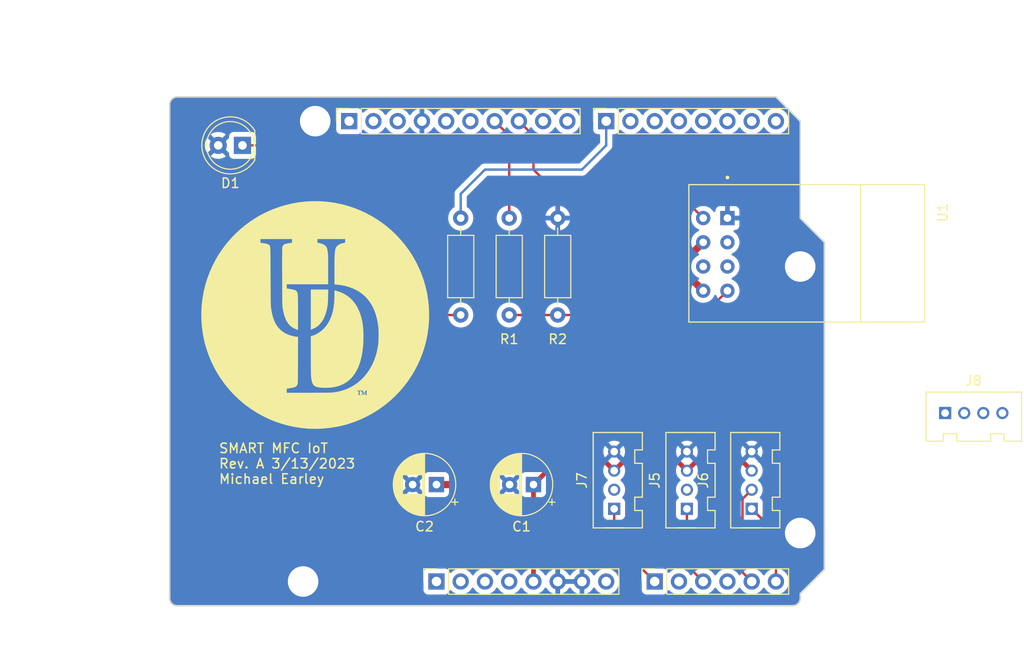
<source format=kicad_pcb>
(kicad_pcb (version 20221018) (generator pcbnew)
  (title_block (date "mar. 31 mars 2015"))
  (layers (0 "F.Cu" signal) (31 "B.Cu" signal) (34 "B.Paste" user) (35 "F.Paste" user) (36 "B.SilkS" user "B.Silkscreen") (37 "F.SilkS" user "F.Silkscreen") (38 "B.Mask" user) (39 "F.Mask" user) (44 "Edge.Cuts" user))
  (net 0 "")
  (net 1 "GND")
  (net 3 "+5V")
  (net 4 "/IOREF")
  (net 5 "/A0")
  (net 6 "/A1")
  (net 7 "/A2")
  (net 8 "/A3")
  (net 9 "/SDA{slash}A4")
  (net 10 "/SCL{slash}A5")
  (net 11 "/13")
  (net 12 "/12")
  (net 13 "/AREF")
  (net 14 "/8")
  (net 15 "/7")
  (net 16 "/*11")
  (net 17 "/*10")
  (net 18 "/*9")
  (net 19 "/4")
  (net 20 "/2")
  (net 21 "/*6")
  (net 22 "/*5")
  (net 23 "/TX{slash}1")
  (net 24 "/*3")
  (net 25 "/RX{slash}0")
  (net 26 "+3V3")
  (net 27 "VCC")
  (net 28 "/~{RESET}")
  (net 29 "Net-(U1-RXD)")
  (net 32 "+3.3V")
  (net 36 "/A4")
  (net 37 "/A5")
  (net 38 "Net-(D1-K)")
  (footprint "Connector_PinSocket_2.54mm:PinSocket_1x08_P2.54mm_Vertical" (layer "F.Cu") (at 127.94 97.46 90)
    (fp_text reference "J1" hide)
    (fp_text value "Power")
    (pad "1" thru_hole rect locked (at 0 0 90) (size 1.7 1.7) (drill 1) (layers "*.Cu" "*.Mask"))
    (pad "2" thru_hole oval locked (at 0 2.54 90) (size 1.7 1.7) (drill 1) (layers "*.Cu" "*.Mask") (net 4 "/IOREF"))
    (pad "3" thru_hole oval locked (at 0 5.08 90) (size 1.7 1.7) (drill 1) (layers "*.Cu" "*.Mask") (net 28 "/~{RESET}"))
    (pad "4" thru_hole oval locked (at 0 7.62 90) (size 1.7 1.7) (drill 1) (layers "*.Cu" "*.Mask") (net 26 "+3V3"))
    (pad "5" thru_hole oval locked (at 0 10.16 90) (size 1.7 1.7) (drill 1) (layers "*.Cu" "*.Mask") (net 3 "+5V"))
    (pad "6" thru_hole oval locked (at 0 12.7 90) (size 1.7 1.7) (drill 1) (layers "*.Cu" "*.Mask") (net 1 "GND"))
    (pad "7" thru_hole oval locked (at 0 15.24 90) (size 1.7 1.7) (drill 1) (layers "*.Cu" "*.Mask") (net 1 "GND"))
    (pad "8" thru_hole oval locked (at 0 17.78 90) (size 1.7 1.7) (drill 1) (layers "*.Cu" "*.Mask") (net 27 "VCC"))
  )
  (footprint "Connector_PinSocket_2.54mm:PinSocket_1x06_P2.54mm_Vertical" (layer "F.Cu") (at 150.8 97.46 90)
    (fp_text reference "J3" hide)
    (fp_text value "Analog")
    (pad "1" thru_hole rect locked (at 0 0 90) (size 1.7 1.7) (drill 1) (layers "*.Cu" "*.Mask") (net 5 "/A0"))
    (pad "2" thru_hole oval locked (at 0 2.54 90) (size 1.7 1.7) (drill 1) (layers "*.Cu" "*.Mask") (net 6 "/A1"))
    (pad "3" thru_hole oval locked (at 0 5.08 90) (size 1.7 1.7) (drill 1) (layers "*.Cu" "*.Mask") (net 7 "/A2"))
    (pad "4" thru_hole oval locked (at 0 7.62 90) (size 1.7 1.7) (drill 1) (layers "*.Cu" "*.Mask") (net 8 "/A3"))
    (pad "5" thru_hole oval locked (at 0 10.16 90) (size 1.7 1.7) (drill 1) (layers "*.Cu" "*.Mask") (net 36 "/A4"))
    (pad "6" thru_hole oval locked (at 0 12.7 90) (size 1.7 1.7) (drill 1) (layers "*.Cu" "*.Mask") (net 37 "/A5"))
  )
  (footprint "Connector_PinSocket_2.54mm:PinSocket_1x10_P2.54mm_Vertical" (layer "F.Cu") (at 118.796 49.2 90)
    (fp_text reference "J2" hide)
    (fp_text value "Digital/PWM")
    (pad "1" thru_hole rect locked (at 0 0 90) (size 1.7 1.7) (drill 1) (layers "*.Cu" "*.Mask") (net 10 "/SCL{slash}A5"))
    (pad "2" thru_hole oval locked (at 0 2.54 90) (size 1.7 1.7) (drill 1) (layers "*.Cu" "*.Mask") (net 9 "/SDA{slash}A4"))
    (pad "3" thru_hole oval locked (at 0 5.08 90) (size 1.7 1.7) (drill 1) (layers "*.Cu" "*.Mask") (net 13 "/AREF"))
    (pad "4" thru_hole oval locked (at 0 7.62 90) (size 1.7 1.7) (drill 1) (layers "*.Cu" "*.Mask") (net 1 "GND"))
    (pad "5" thru_hole oval locked (at 0 10.16 90) (size 1.7 1.7) (drill 1) (layers "*.Cu" "*.Mask") (net 11 "/13"))
    (pad "6" thru_hole oval locked (at 0 12.7 90) (size 1.7 1.7) (drill 1) (layers "*.Cu" "*.Mask") (net 12 "/12"))
    (pad "7" thru_hole oval locked (at 0 15.24 90) (size 1.7 1.7) (drill 1) (layers "*.Cu" "*.Mask") (net 16 "/*11"))
    (pad "8" thru_hole oval locked (at 0 17.78 90) (size 1.7 1.7) (drill 1) (layers "*.Cu" "*.Mask") (net 17 "/*10"))
    (pad "9" thru_hole oval locked (at 0 20.32 90) (size 1.7 1.7) (drill 1) (layers "*.Cu" "*.Mask") (net 18 "/*9"))
    (pad "10" thru_hole oval locked (at 0 22.86 90) (size 1.7 1.7) (drill 1) (layers "*.Cu" "*.Mask") (net 14 "/8"))
  )
  (footprint "Connector_PinSocket_2.54mm:PinSocket_1x08_P2.54mm_Vertical" (layer "F.Cu") (at 145.72 49.2 90)
    (fp_text reference "J4" hide)
    (fp_text value "Digital/PWM")
    (pad "1" thru_hole rect locked (at 0 0 90) (size 1.7 1.7) (drill 1) (layers "*.Cu" "*.Mask") (net 15 "/7"))
    (pad "2" thru_hole oval locked (at 0 2.54 90) (size 1.7 1.7) (drill 1) (layers "*.Cu" "*.Mask") (net 21 "/*6"))
    (pad "3" thru_hole oval locked (at 0 5.08 90) (size 1.7 1.7) (drill 1) (layers "*.Cu" "*.Mask") (net 22 "/*5"))
    (pad "4" thru_hole oval locked (at 0 7.62 90) (size 1.7 1.7) (drill 1) (layers "*.Cu" "*.Mask") (net 19 "/4"))
    (pad "5" thru_hole oval locked (at 0 10.16 90) (size 1.7 1.7) (drill 1) (layers "*.Cu" "*.Mask") (net 24 "/*3"))
    (pad "6" thru_hole oval locked (at 0 12.7 90) (size 1.7 1.7) (drill 1) (layers "*.Cu" "*.Mask") (net 20 "/2"))
    (pad "7" thru_hole oval locked (at 0 15.24 90) (size 1.7 1.7) (drill 1) (layers "*.Cu" "*.Mask") (net 23 "/TX{slash}1"))
    (pad "8" thru_hole oval locked (at 0 17.78 90) (size 1.7 1.7) (drill 1) (layers "*.Cu" "*.Mask") (net 25 "/RX{slash}0"))
  )
  (footprint "Resistor_THT:R_Axial_DIN0207_L6.3mm_D2.5mm_P10.16mm_Horizontal" (layer "F.Cu") (at 135.56 59.36 -90)
    (fp_text reference "R1" (at 12.7 0 -180) (layer "F.SilkS"))
    (fp_text value "1000")
    (pad "1" thru_hole circle (at 0 0 270) (size 1.6 1.6) (drill 0.8) (layers "*.Cu" "*.Mask") (net 16 "/*11"))
    (pad "2" thru_hole oval (at 10.16 0 270) (size 1.6 1.6) (drill 0.8) (layers "*.Cu" "*.Mask") (net 29 "Net-(U1-RXD)"))
  )
  (footprint "LOGO" (layer "F.Cu") (at 115.24 69.52)
    (fp_text reference "G***" hide)
    (fp_text value "LOGO" hide)
  )
  (footprint "OPL_Connector:HW4-2.0" (layer "F.Cu") (at 146.555 86.84026 90)
    (fp_text reference "J7" (at -0.025 -3.375 90) (layer "F.SilkS"))
    (fp_text value "Light_Sensor")
    (pad "1" thru_hole rect (at -2.99974 0 90) (size 1.27 1.27) (drill 0.79756) (layers "*.Cu" "*.Mask") (net 5 "/A0"))
    (pad "2" thru_hole circle (at -0.99822 0 90) (size 1.27 1.27) (drill 0.79756) (layers "*.Cu" "*.Mask"))
    (pad "3" thru_hole circle (at 0.99822 0 90) (size 1.27 1.27) (drill 0.79756) (layers "*.Cu" "*.Mask") (net 3 "+5V"))
    (pad "4" thru_hole circle (at 2.99974 0 90) (size 1.27 1.27) (drill 0.79756) (layers "*.Cu" "*.Mask") (net 1 "GND"))
  )
  (footprint "OPL_Connector:HW4-2.0" (layer "F.Cu") (at 160.96 86.84026 90)
    (fp_text reference "J6" (at -0.025 -5.08 90) (layer "F.SilkS"))
    (fp_text value "Temperature_Sensor")
    (pad "1" thru_hole rect (at -2.99974 0 90) (size 1.27 1.27) (drill 0.79756) (layers "*.Cu" "*.Mask") (net 37 "/A5"))
    (pad "2" thru_hole circle (at -0.99822 0 90) (size 1.27 1.27) (drill 0.79756) (layers "*.Cu" "*.Mask") (net 36 "/A4"))
    (pad "3" thru_hole circle (at 0.99822 0 90) (size 1.27 1.27) (drill 0.79756) (layers "*.Cu" "*.Mask") (net 3 "+5V"))
    (pad "4" thru_hole circle (at 2.99974 0 90) (size 1.27 1.27) (drill 0.79756) (layers "*.Cu" "*.Mask") (net 1 "GND"))
  )
  (footprint "Resistor_THT:R_Axial_DIN0207_L6.3mm_D2.5mm_P10.16mm_Horizontal" (layer "F.Cu") (at 130.48 59.36 -90)
    (fp_text reference "R3" hide)
    (fp_text value "R")
    (pad "1" thru_hole circle (at 0 0 270) (size 1.6 1.6) (drill 0.8) (layers "*.Cu" "*.Mask") (net 15 "/7"))
    (pad "2" thru_hole oval (at 10.16 0 270) (size 1.6 1.6) (drill 0.8) (layers "*.Cu" "*.Mask") (net 38 "Net-(D1-K)"))
  )
  (footprint "Capacitor_THT:CP_Radial_D6.3mm_P2.50mm" (layer "F.Cu") (at 127.94 87.3 180)
    (fp_text reference "C2" (at 1.25 -4.4) (layer "F.SilkS"))
    (fp_text value "C_Polarized_US")
    (pad "1" thru_hole rect (at 0 0 180) (size 1.6 1.6) (drill 0.8) (layers "*.Cu" "*.Mask") (net 32 "+3.3V"))
    (pad "2" thru_hole circle (at 2.5 0 180) (size 1.6 1.6) (drill 0.8) (layers "*.Cu" "*.Mask") (net 1 "GND"))
  )
  (footprint "Arduino_MountingHole:MountingHole_3.2mm" (layer "F.Cu") (at 115.24 49.2)
    (fp_text reference "MH1" hide)
    (fp_text value "MountingHole_3.2mm" hide)
    (pad "" np_thru_hole circle locked (at 0 0) (size 3.2 3.2) (drill 3.2) (layers "*.Cu" "*.Mask"))
  )
  (footprint "LED_THT:LED_D5.0mm" (layer "F.Cu") (at 107.62 51.74 180)
    (fp_text reference "D1" (at 1.27 -3.96) (layer "F.SilkS"))
    (fp_text value "Soil Moisture Threshold")
    (pad "1" thru_hole rect (at 0 0 180) (size 1.8 1.8) (drill 0.9) (layers "*.Cu" "*.Mask") (net 38 "Net-(D1-K)"))
    (pad "2" thru_hole circle (at 2.54 0 180) (size 1.8 1.8) (drill 0.9) (layers "*.Cu" "*.Mask") (net 1 "GND"))
  )
  (footprint "Resistor_THT:R_Axial_DIN0207_L6.3mm_D2.5mm_P10.16mm_Horizontal" (layer "F.Cu") (at 140.64 69.52 90)
    (fp_text reference "R2" (at -2.54 0 180) (layer "F.SilkS"))
    (fp_text value "2000")
    (pad "1" thru_hole circle (at 0 0 90) (size 1.6 1.6) (drill 0.8) (layers "*.Cu" "*.Mask") (net 29 "Net-(U1-RXD)"))
    (pad "2" thru_hole oval (at 10.16 0 90) (size 1.6 1.6) (drill 0.8) (layers "*.Cu" "*.Mask") (net 1 "GND"))
  )
  (footprint "OPL_Connector:HW4-2.0" (layer "F.Cu") (at 184.22 79.8)
    (fp_text reference "J8" (at -0.025 -3.375) (layer "F.SilkS"))
    (fp_text value "LCD")
    (pad "1" thru_hole rect (at -2.99974 0) (size 1.27 1.27) (drill 0.79756) (layers "*.Cu" "*.Mask"))
    (pad "2" thru_hole circle (at -0.99822 0) (size 1.27 1.27) (drill 0.79756) (layers "*.Cu" "*.Mask"))
    (pad "3" thru_hole circle (at 0.99822 0) (size 1.27 1.27) (drill 0.79756) (layers "*.Cu" "*.Mask"))
    (pad "4" thru_hole circle (at 2.99974 0) (size 1.27 1.27) (drill 0.79756) (layers "*.Cu" "*.Mask"))
  )
  (footprint "ESP8266-01_ESP-01:XCVR_ESP8266-01_ESP-01" (layer "F.Cu") (at 166.73 63.17 -90)
    (fp_text reference "U1" (at -4.385 -14.235 90) (layer "F.SilkS"))
    (fp_text value "ESP8266-01/ESP-01")
    (pad "1" thru_hole rect (at -3.81 8.31 270) (size 1.5 1.5) (drill 0.8) (layers "*.Cu" "*.Mask") (net 1 "GND"))
    (pad "2" thru_hole circle (at -1.27 8.31 270) (size 1.5 1.5) (drill 0.8) (layers "*.Cu" "*.Mask"))
    (pad "3" thru_hole circle (at 1.27 8.31 270) (size 1.5 1.5) (drill 0.8) (layers "*.Cu" "*.Mask"))
    (pad "4" thru_hole circle (at 3.81 8.31 270) (size 1.5 1.5) (drill 0.8) (layers "*.Cu" "*.Mask") (net 29 "Net-(U1-RXD)"))
    (pad "5" thru_hole circle (at -3.81 10.85 270) (size 1.5 1.5) (drill 0.8) (layers "*.Cu" "*.Mask") (net 17 "/*10"))
    (pad "6" thru_hole circle (at -1.27 10.85 270) (size 1.5 1.5) (drill 0.8) (layers "*.Cu" "*.Mask") (net 32 "+3.3V"))
    (pad "7" thru_hole circle (at 1.27 10.85 270) (size 1.5 1.5) (drill 0.8) (layers "*.Cu" "*.Mask"))
    (pad "8" thru_hole circle (at 3.81 10.85 270) (size 1.5 1.5) (drill 0.8) (layers "*.Cu" "*.Mask") (net 32 "+3.3V"))
  )
  (footprint "Arduino_MountingHole:MountingHole_3.2mm" (layer "F.Cu") (at 113.97 97.46)
    (fp_text reference "MH2" hide)
    (fp_text value "MountingHole_3.2mm" hide)
    (pad "" np_thru_hole circle locked (at 0 0) (size 3.2 3.2) (drill 3.2) (layers "*.Cu" "*.Mask"))
  )
  (footprint "Arduino_MountingHole:MountingHole_3.2mm" (layer "F.Cu") (at 166.04 64.44)
    (fp_text reference "MH3" hide)
    (fp_text value "MountingHole_3.2mm" hide)
    (pad "" np_thru_hole circle locked (at 0 0) (size 3.2 3.2) (drill 3.2) (layers "*.Cu" "*.Mask"))
  )
  (footprint "Arduino_MountingHole:MountingHole_3.2mm" (layer "F.Cu") (at 166.04 92.38)
    (fp_text reference "MH4" hide)
    (fp_text value "MountingHole_3.2mm" hide)
    (pad "" np_thru_hole circle locked (at 0 0) (size 3.2 3.2) (drill 3.2) (layers "*.Cu" "*.Mask"))
  )
  (footprint "Capacitor_THT:CP_Radial_D6.3mm_P2.50mm" (layer "F.Cu") (at 138.1 87.3 180)
    (fp_text reference "C1" (at 1.25 -4.4) (layer "F.SilkS"))
    (fp_text value "C_Polarized_US")
    (pad "1" thru_hole rect (at 0 0 180) (size 1.6 1.6) (drill 0.8) (layers "*.Cu" "*.Mask") (net 3 "+5V"))
    (pad "2" thru_hole circle (at 2.5 0 180) (size 1.6 1.6) (drill 0.8) (layers "*.Cu" "*.Mask") (net 1 "GND"))
  )
  (footprint "OPL_Connector:HW4-2.0" (layer "F.Cu") (at 154.175 86.84026 90)
    (fp_text reference "J5" (at -0.025 -3.375 90) (layer "F.SilkS"))
    (fp_text value "Soil_Moisture_Sensor")
    (pad "1" thru_hole rect (at -2.99974 0 90) (size 1.27 1.27) (drill 0.79756) (layers "*.Cu" "*.Mask") (net 7 "/A2"))
    (pad "2" thru_hole circle (at -0.99822 0 90) (size 1.27 1.27) (drill 0.79756) (layers "*.Cu" "*.Mask"))
    (pad "3" thru_hole circle (at 0.99822 0 90) (size 1.27 1.27) (drill 0.79756) (layers "*.Cu" "*.Mask") (net 3 "+5V"))
    (pad "4" thru_hole circle (at 2.99974 0 90) (size 1.27 1.27) (drill 0.79756) (layers "*.Cu" "*.Mask") (net 1 "GND"))
  )
  (gr_line (start 166.04 59.36) (end 168.58 61.9) (stroke (width 0.15)) (layer "Edge.Cuts"))
  (gr_line (start 100 99.238) (end 100 47.422) (stroke (width 0.15)) (layer "Edge.Cuts"))
  (gr_line (start 168.58 61.9) (end 168.58 96.19) (stroke (width 0.15)) (layer "Edge.Cuts"))
  (gr_line (start 165.278 100) (end 100.762 100) (stroke (width 0.15)) (layer "Edge.Cuts"))
  (gr_line (start 100.762 46.66) (end 163.5 46.66) (stroke (width 0.15)) (layer "Edge.Cuts"))
  (gr_arc (start 100.762 100) (mid 100.223185 99.776815) (end 100 99.238) (stroke (width 0.15)) (layer "Edge.Cuts"))
  (gr_line (start 168.58 96.19) (end 166.04 98.73) (stroke (width 0.15)) (layer "Edge.Cuts"))
  (gr_line (start 163.5 46.66) (end 166.04 49.2) (stroke (width 0.15)) (layer "Edge.Cuts"))
  (gr_arc (start 166.04 99.238) (mid 165.816815 99.776815) (end 165.278 100) (stroke (width 0.15)) (layer "Edge.Cuts"))
  (gr_line (start 166.04 49.2) (end 166.04 59.36) (stroke (width 0.15)) (layer "Edge.Cuts"))
  (gr_line (start 166.04 98.73) (end 166.04 99.238) (stroke (width 0.15)) (layer "Edge.Cuts"))
  (gr_arc (start 100 47.422) (mid 100.223185 46.883185) (end 100.762 46.66) (stroke (width 0.15)) (layer "Edge.Cuts"))
  (gr_text "SMART MFC IoT\nRev. A 3/13/2023\nMichael Earley" (at 105.08 87.3) (layer "F.SilkS") (effects (font (size 1 1) (thickness 0.153)) (justify left bottom)))
  (segment (start 138.1 97.46) (end 138.1 87.3) (width 0.5) (layer "F.Cu") (net 3))
  (segment (start 153.09296 84.76) (end 154.175 85.84204) (width 0.5) (layer "F.Cu") (net 3))
  (segment (start 145.47296 84.76) (end 146.555 85.84204) (width 0.5) (layer "F.Cu") (net 3))
  (segment (start 138.1 87.3) (end 140.64 84.76) (width 0.5) (layer "F.Cu") (net 3))
  (segment (start 146.555 85.84204) (end 147.63704 84.76) (width 0.5) (layer "F.Cu") (net 3))
  (segment (start 154.175 85.84204) (end 155.25704 84.76) (width 0.5) (layer "F.Cu") (net 3))
  (segment (start 147.63704 84.76) (end 153.09296 84.76) (width 0.5) (layer "F.Cu") (net 3))
  (segment (start 155.25704 84.76) (end 159.87796 84.76) (width 0.5) (layer "F.Cu") (net 3))
  (segment (start 159.87796 84.76) (end 160.96 85.84204) (width 0.5) (layer "F.Cu") (net 3))
  (segment (start 138.14 97.42) (end 138.1 97.46) (width 0.25) (layer "F.Cu") (net 3))
  (segment (start 140.64 84.76) (end 145.47296 84.76) (width 0.5) (layer "F.Cu") (net 3))
  (segment (start 146.555 93.215) (end 150.8 97.46) (width 0.25) (layer "F.Cu") (net 5))
  (segment (start 146.555 89.84) (end 146.555 93.215) (width 0.25) (layer "F.Cu") (net 5))
  (segment (start 154.175 89.84) (end 154.175 95.755) (width 0.25) (layer "F.Cu") (net 7))
  (segment (start 154.175 95.755) (end 155.88 97.46) (width 0.25) (layer "F.Cu") (net 7))
  (segment (start 121.336 49.2) (end 121.336 49.39) (width 0.25) (layer "F.Cu") (net 9))
  (segment (start 143.18 54.28) (end 133.02 54.28) (width 0.25) (layer "B.Cu") (net 15))
  (segment (start 145.72 51.74) (end 143.18 54.28) (width 0.25) (layer "B.Cu") (net 15))
  (segment (start 145.72 49.2) (end 145.72 51.74) (width 0.25) (layer "B.Cu") (net 15))
  (segment (start 133.02 54.28) (end 130.48 56.82) (width 0.25) (layer "B.Cu") (net 15))
  (segment (start 130.48 56.82) (end 130.48 59.36) (width 0.25) (layer "B.Cu") (net 15))
  (segment (start 134.036 49.2) (end 135.56 50.724) (width 0.25) (layer "F.Cu") (net 16))
  (segment (start 135.56 50.724) (end 135.56 59.36) (width 0.25) (layer "F.Cu") (net 16))
  (segment (start 136.576 49.2) (end 138.1 50.724) (width 0.25) (layer "F.Cu") (net 17))
  (segment (start 138.1 54.28) (end 140.64 56.82) (width 0.25) (layer "F.Cu") (net 17))
  (segment (start 140.64 56.82) (end 153.34 56.82) (width 0.25) (layer "F.Cu") (net 17))
  (segment (start 153.34 56.82) (end 155.88 59.36) (width 0.25) (layer "F.Cu") (net 17))
  (segment (start 138.1 50.724) (end 138.1 54.28) (width 0.25) (layer "F.Cu") (net 17))
  (segment (start 140.64 69.52) (end 155.88 69.52) (width 0.25) (layer "F.Cu") (net 29))
  (segment (start 135.56 69.52) (end 140.64 69.52) (width 0.25) (layer "F.Cu") (net 29))
  (segment (start 155.88 69.52) (end 158.42 66.98) (width 0.25) (layer "F.Cu") (net 29))
  (segment (start 153.34 64.44) (end 135.56 64.44) (width 0.75) (layer "F.Cu") (net 32))
  (segment (start 155.88 61.9) (end 153.34 64.44) (width 0.75) (layer "F.Cu") (net 32))
  (segment (start 133.02 66.98) (end 133.02 84.76) (width 0.75) (layer "F.Cu") (net 32))
  (segment (start 155.88 66.98) (end 153.34 64.44) (width 0.75) (layer "F.Cu") (net 32))
  (segment (start 135.56 64.44) (end 133.02 66.98) (width 0.75) (layer "F.Cu") (net 32))
  (segment (start 130.48 87.3) (end 127.94 87.3) (width 0.75) (layer "F.Cu") (net 32))
  (segment (start 133.02 84.76) (end 130.48 87.3) (width 0.75) (layer "F.Cu") (net 32))
  (segment (start 160 96.5) (end 160.96 97.46) (width 0.25) (layer "F.Cu") (net 36))
  (segment (start 160 88.79848) (end 160 96.5) (width 0.25) (layer "F.Cu") (net 36))
  (segment (start 160.96 87.83848) (end 160 88.79848) (width 0.25) (layer "F.Cu") (net 36))
  (segment (start 160.96 89.84) (end 163.5 92.38) (width 0.25) (layer "F.Cu") (net 37))
  (segment (start 163.5 92.38) (end 163.5 97.46) (width 0.25) (layer "F.Cu") (net 37))
  (segment (start 117.78 66.98) (end 120.32 69.52) (width 0.25) (layer "F.Cu") (net 38))
  (segment (start 120.32 69.52) (end 130.48 69.52) (width 0.25) (layer "F.Cu") (net 38))
  (segment (start 107.62 51.74) (end 115.24 51.74) (width 0.25) (layer "F.Cu") (net 38))
  (segment (start 115.24 51.74) (end 117.78 54.28) (width 0.25) (layer "F.Cu") (net 38))
  (segment (start 117.78 54.28) (end 117.78 66.98) (width 0.25) (layer "F.Cu") (net 38))
  (zone (net 1) (net_name "GND") (layer "B.Cu") (connect_pads (clearance 0.508)) (min_thickness 0.25) (fill yes (thermal_gap 0.5) (thermal_bridge_width 0.5))
    (polygon (pts (xy 178.74 105.08) (xy 178.74 39.04) (xy 82.22 36.5) (xy 84.76 105.08)))
  )
)
</source>
